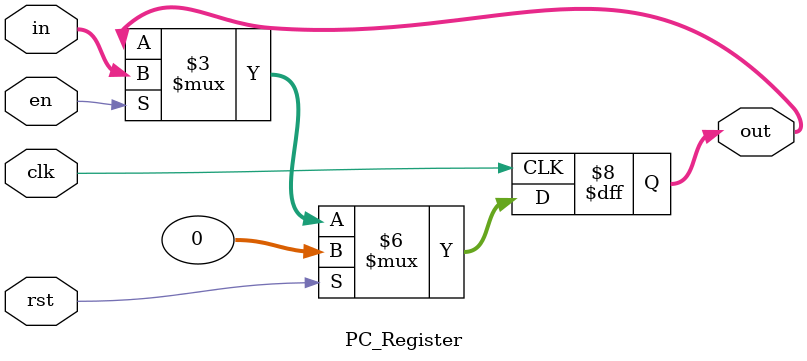
<source format=v>
`timescale 1ns / 1ps


module PC_Register(clk, rst, en, in, out);
    parameter WIDTH = 32;
    input clk, rst, en;
    input [WIDTH-1:0] in;
    output reg [WIDTH-1:0] out;
    initial begin
        out = 0;
    end
    
    always @(posedge clk) begin
      if (rst) out <= 0;
      else if (en) out <= in;
    end    

endmodule

</source>
